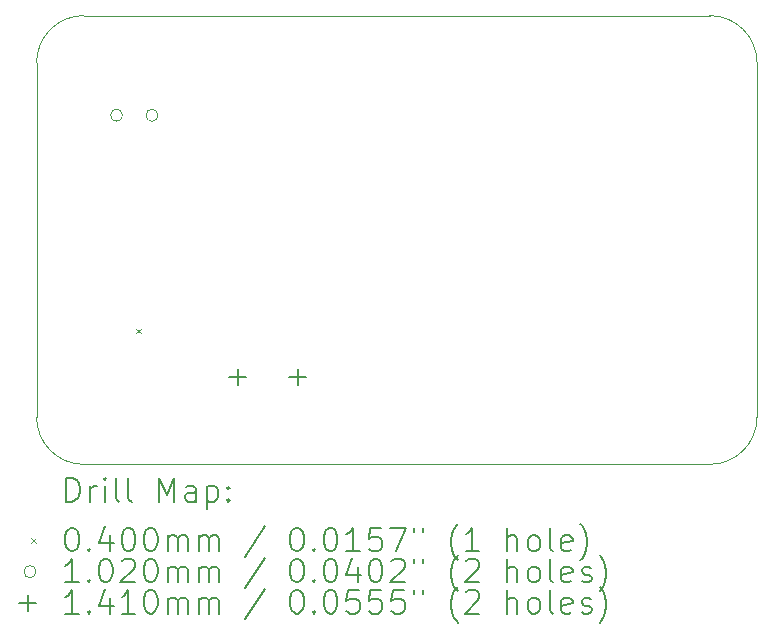
<source format=gbr>
%FSLAX45Y45*%
G04 Gerber Fmt 4.5, Leading zero omitted, Abs format (unit mm)*
G04 Created by KiCad (PCBNEW (6.0.1)) date 2022-12-28 16:36:48*
%MOMM*%
%LPD*%
G01*
G04 APERTURE LIST*
%TA.AperFunction,Profile*%
%ADD10C,0.100000*%
%TD*%
%ADD11C,0.200000*%
%ADD12C,0.040000*%
%ADD13C,0.102000*%
%ADD14C,0.141000*%
G04 APERTURE END LIST*
D10*
X18000000Y-11100000D02*
G75*
G03*
X18400000Y-10700000I0J400000D01*
G01*
X12700000Y-7300000D02*
X18000000Y-7300000D01*
X12300000Y-10700000D02*
G75*
G03*
X12700000Y-11100000I400000J0D01*
G01*
X12700000Y-7300000D02*
G75*
G03*
X12300000Y-7700000I0J-400000D01*
G01*
X12300000Y-7700000D02*
X12300000Y-10700000D01*
X18400000Y-7700000D02*
G75*
G03*
X18000000Y-7300000I-400000J0D01*
G01*
X18400000Y-7700000D02*
X18400000Y-10700000D01*
X12700000Y-11100000D02*
X18000000Y-11100000D01*
D11*
D12*
X13143094Y-9951906D02*
X13183094Y-9991906D01*
X13183094Y-9951906D02*
X13143094Y-9991906D01*
D13*
X13027844Y-8143944D02*
G75*
G03*
X13027844Y-8143944I-51000J0D01*
G01*
X13327844Y-8143944D02*
G75*
G03*
X13327844Y-8143944I-51000J0D01*
G01*
D14*
X14003844Y-10289945D02*
X14003844Y-10430945D01*
X13933344Y-10360445D02*
X14074344Y-10360445D01*
X14511844Y-10289945D02*
X14511844Y-10430945D01*
X14441344Y-10360445D02*
X14582344Y-10360445D01*
D11*
X12552619Y-11415476D02*
X12552619Y-11215476D01*
X12600238Y-11215476D01*
X12628809Y-11225000D01*
X12647857Y-11244048D01*
X12657381Y-11263095D01*
X12666905Y-11301190D01*
X12666905Y-11329762D01*
X12657381Y-11367857D01*
X12647857Y-11386905D01*
X12628809Y-11405952D01*
X12600238Y-11415476D01*
X12552619Y-11415476D01*
X12752619Y-11415476D02*
X12752619Y-11282143D01*
X12752619Y-11320238D02*
X12762143Y-11301190D01*
X12771667Y-11291667D01*
X12790714Y-11282143D01*
X12809762Y-11282143D01*
X12876428Y-11415476D02*
X12876428Y-11282143D01*
X12876428Y-11215476D02*
X12866905Y-11225000D01*
X12876428Y-11234524D01*
X12885952Y-11225000D01*
X12876428Y-11215476D01*
X12876428Y-11234524D01*
X13000238Y-11415476D02*
X12981190Y-11405952D01*
X12971667Y-11386905D01*
X12971667Y-11215476D01*
X13105000Y-11415476D02*
X13085952Y-11405952D01*
X13076428Y-11386905D01*
X13076428Y-11215476D01*
X13333571Y-11415476D02*
X13333571Y-11215476D01*
X13400238Y-11358333D01*
X13466905Y-11215476D01*
X13466905Y-11415476D01*
X13647857Y-11415476D02*
X13647857Y-11310714D01*
X13638333Y-11291667D01*
X13619286Y-11282143D01*
X13581190Y-11282143D01*
X13562143Y-11291667D01*
X13647857Y-11405952D02*
X13628809Y-11415476D01*
X13581190Y-11415476D01*
X13562143Y-11405952D01*
X13552619Y-11386905D01*
X13552619Y-11367857D01*
X13562143Y-11348809D01*
X13581190Y-11339286D01*
X13628809Y-11339286D01*
X13647857Y-11329762D01*
X13743095Y-11282143D02*
X13743095Y-11482143D01*
X13743095Y-11291667D02*
X13762143Y-11282143D01*
X13800238Y-11282143D01*
X13819286Y-11291667D01*
X13828809Y-11301190D01*
X13838333Y-11320238D01*
X13838333Y-11377381D01*
X13828809Y-11396428D01*
X13819286Y-11405952D01*
X13800238Y-11415476D01*
X13762143Y-11415476D01*
X13743095Y-11405952D01*
X13924048Y-11396428D02*
X13933571Y-11405952D01*
X13924048Y-11415476D01*
X13914524Y-11405952D01*
X13924048Y-11396428D01*
X13924048Y-11415476D01*
X13924048Y-11291667D02*
X13933571Y-11301190D01*
X13924048Y-11310714D01*
X13914524Y-11301190D01*
X13924048Y-11291667D01*
X13924048Y-11310714D01*
D12*
X12255000Y-11725000D02*
X12295000Y-11765000D01*
X12295000Y-11725000D02*
X12255000Y-11765000D01*
D11*
X12590714Y-11635476D02*
X12609762Y-11635476D01*
X12628809Y-11645000D01*
X12638333Y-11654524D01*
X12647857Y-11673571D01*
X12657381Y-11711667D01*
X12657381Y-11759286D01*
X12647857Y-11797381D01*
X12638333Y-11816428D01*
X12628809Y-11825952D01*
X12609762Y-11835476D01*
X12590714Y-11835476D01*
X12571667Y-11825952D01*
X12562143Y-11816428D01*
X12552619Y-11797381D01*
X12543095Y-11759286D01*
X12543095Y-11711667D01*
X12552619Y-11673571D01*
X12562143Y-11654524D01*
X12571667Y-11645000D01*
X12590714Y-11635476D01*
X12743095Y-11816428D02*
X12752619Y-11825952D01*
X12743095Y-11835476D01*
X12733571Y-11825952D01*
X12743095Y-11816428D01*
X12743095Y-11835476D01*
X12924048Y-11702143D02*
X12924048Y-11835476D01*
X12876428Y-11625952D02*
X12828809Y-11768809D01*
X12952619Y-11768809D01*
X13066905Y-11635476D02*
X13085952Y-11635476D01*
X13105000Y-11645000D01*
X13114524Y-11654524D01*
X13124048Y-11673571D01*
X13133571Y-11711667D01*
X13133571Y-11759286D01*
X13124048Y-11797381D01*
X13114524Y-11816428D01*
X13105000Y-11825952D01*
X13085952Y-11835476D01*
X13066905Y-11835476D01*
X13047857Y-11825952D01*
X13038333Y-11816428D01*
X13028809Y-11797381D01*
X13019286Y-11759286D01*
X13019286Y-11711667D01*
X13028809Y-11673571D01*
X13038333Y-11654524D01*
X13047857Y-11645000D01*
X13066905Y-11635476D01*
X13257381Y-11635476D02*
X13276428Y-11635476D01*
X13295476Y-11645000D01*
X13305000Y-11654524D01*
X13314524Y-11673571D01*
X13324048Y-11711667D01*
X13324048Y-11759286D01*
X13314524Y-11797381D01*
X13305000Y-11816428D01*
X13295476Y-11825952D01*
X13276428Y-11835476D01*
X13257381Y-11835476D01*
X13238333Y-11825952D01*
X13228809Y-11816428D01*
X13219286Y-11797381D01*
X13209762Y-11759286D01*
X13209762Y-11711667D01*
X13219286Y-11673571D01*
X13228809Y-11654524D01*
X13238333Y-11645000D01*
X13257381Y-11635476D01*
X13409762Y-11835476D02*
X13409762Y-11702143D01*
X13409762Y-11721190D02*
X13419286Y-11711667D01*
X13438333Y-11702143D01*
X13466905Y-11702143D01*
X13485952Y-11711667D01*
X13495476Y-11730714D01*
X13495476Y-11835476D01*
X13495476Y-11730714D02*
X13505000Y-11711667D01*
X13524048Y-11702143D01*
X13552619Y-11702143D01*
X13571667Y-11711667D01*
X13581190Y-11730714D01*
X13581190Y-11835476D01*
X13676428Y-11835476D02*
X13676428Y-11702143D01*
X13676428Y-11721190D02*
X13685952Y-11711667D01*
X13705000Y-11702143D01*
X13733571Y-11702143D01*
X13752619Y-11711667D01*
X13762143Y-11730714D01*
X13762143Y-11835476D01*
X13762143Y-11730714D02*
X13771667Y-11711667D01*
X13790714Y-11702143D01*
X13819286Y-11702143D01*
X13838333Y-11711667D01*
X13847857Y-11730714D01*
X13847857Y-11835476D01*
X14238333Y-11625952D02*
X14066905Y-11883095D01*
X14495476Y-11635476D02*
X14514524Y-11635476D01*
X14533571Y-11645000D01*
X14543095Y-11654524D01*
X14552619Y-11673571D01*
X14562143Y-11711667D01*
X14562143Y-11759286D01*
X14552619Y-11797381D01*
X14543095Y-11816428D01*
X14533571Y-11825952D01*
X14514524Y-11835476D01*
X14495476Y-11835476D01*
X14476428Y-11825952D01*
X14466905Y-11816428D01*
X14457381Y-11797381D01*
X14447857Y-11759286D01*
X14447857Y-11711667D01*
X14457381Y-11673571D01*
X14466905Y-11654524D01*
X14476428Y-11645000D01*
X14495476Y-11635476D01*
X14647857Y-11816428D02*
X14657381Y-11825952D01*
X14647857Y-11835476D01*
X14638333Y-11825952D01*
X14647857Y-11816428D01*
X14647857Y-11835476D01*
X14781190Y-11635476D02*
X14800238Y-11635476D01*
X14819286Y-11645000D01*
X14828809Y-11654524D01*
X14838333Y-11673571D01*
X14847857Y-11711667D01*
X14847857Y-11759286D01*
X14838333Y-11797381D01*
X14828809Y-11816428D01*
X14819286Y-11825952D01*
X14800238Y-11835476D01*
X14781190Y-11835476D01*
X14762143Y-11825952D01*
X14752619Y-11816428D01*
X14743095Y-11797381D01*
X14733571Y-11759286D01*
X14733571Y-11711667D01*
X14743095Y-11673571D01*
X14752619Y-11654524D01*
X14762143Y-11645000D01*
X14781190Y-11635476D01*
X15038333Y-11835476D02*
X14924048Y-11835476D01*
X14981190Y-11835476D02*
X14981190Y-11635476D01*
X14962143Y-11664048D01*
X14943095Y-11683095D01*
X14924048Y-11692619D01*
X15219286Y-11635476D02*
X15124048Y-11635476D01*
X15114524Y-11730714D01*
X15124048Y-11721190D01*
X15143095Y-11711667D01*
X15190714Y-11711667D01*
X15209762Y-11721190D01*
X15219286Y-11730714D01*
X15228809Y-11749762D01*
X15228809Y-11797381D01*
X15219286Y-11816428D01*
X15209762Y-11825952D01*
X15190714Y-11835476D01*
X15143095Y-11835476D01*
X15124048Y-11825952D01*
X15114524Y-11816428D01*
X15295476Y-11635476D02*
X15428809Y-11635476D01*
X15343095Y-11835476D01*
X15495476Y-11635476D02*
X15495476Y-11673571D01*
X15571667Y-11635476D02*
X15571667Y-11673571D01*
X15866905Y-11911667D02*
X15857381Y-11902143D01*
X15838333Y-11873571D01*
X15828809Y-11854524D01*
X15819286Y-11825952D01*
X15809762Y-11778333D01*
X15809762Y-11740238D01*
X15819286Y-11692619D01*
X15828809Y-11664048D01*
X15838333Y-11645000D01*
X15857381Y-11616428D01*
X15866905Y-11606905D01*
X16047857Y-11835476D02*
X15933571Y-11835476D01*
X15990714Y-11835476D02*
X15990714Y-11635476D01*
X15971667Y-11664048D01*
X15952619Y-11683095D01*
X15933571Y-11692619D01*
X16285952Y-11835476D02*
X16285952Y-11635476D01*
X16371667Y-11835476D02*
X16371667Y-11730714D01*
X16362143Y-11711667D01*
X16343095Y-11702143D01*
X16314524Y-11702143D01*
X16295476Y-11711667D01*
X16285952Y-11721190D01*
X16495476Y-11835476D02*
X16476428Y-11825952D01*
X16466905Y-11816428D01*
X16457381Y-11797381D01*
X16457381Y-11740238D01*
X16466905Y-11721190D01*
X16476428Y-11711667D01*
X16495476Y-11702143D01*
X16524048Y-11702143D01*
X16543095Y-11711667D01*
X16552619Y-11721190D01*
X16562143Y-11740238D01*
X16562143Y-11797381D01*
X16552619Y-11816428D01*
X16543095Y-11825952D01*
X16524048Y-11835476D01*
X16495476Y-11835476D01*
X16676428Y-11835476D02*
X16657381Y-11825952D01*
X16647857Y-11806905D01*
X16647857Y-11635476D01*
X16828810Y-11825952D02*
X16809762Y-11835476D01*
X16771667Y-11835476D01*
X16752619Y-11825952D01*
X16743095Y-11806905D01*
X16743095Y-11730714D01*
X16752619Y-11711667D01*
X16771667Y-11702143D01*
X16809762Y-11702143D01*
X16828810Y-11711667D01*
X16838333Y-11730714D01*
X16838333Y-11749762D01*
X16743095Y-11768809D01*
X16905000Y-11911667D02*
X16914524Y-11902143D01*
X16933571Y-11873571D01*
X16943095Y-11854524D01*
X16952619Y-11825952D01*
X16962143Y-11778333D01*
X16962143Y-11740238D01*
X16952619Y-11692619D01*
X16943095Y-11664048D01*
X16933571Y-11645000D01*
X16914524Y-11616428D01*
X16905000Y-11606905D01*
D13*
X12295000Y-12009000D02*
G75*
G03*
X12295000Y-12009000I-51000J0D01*
G01*
D11*
X12657381Y-12099476D02*
X12543095Y-12099476D01*
X12600238Y-12099476D02*
X12600238Y-11899476D01*
X12581190Y-11928048D01*
X12562143Y-11947095D01*
X12543095Y-11956619D01*
X12743095Y-12080428D02*
X12752619Y-12089952D01*
X12743095Y-12099476D01*
X12733571Y-12089952D01*
X12743095Y-12080428D01*
X12743095Y-12099476D01*
X12876428Y-11899476D02*
X12895476Y-11899476D01*
X12914524Y-11909000D01*
X12924048Y-11918524D01*
X12933571Y-11937571D01*
X12943095Y-11975667D01*
X12943095Y-12023286D01*
X12933571Y-12061381D01*
X12924048Y-12080428D01*
X12914524Y-12089952D01*
X12895476Y-12099476D01*
X12876428Y-12099476D01*
X12857381Y-12089952D01*
X12847857Y-12080428D01*
X12838333Y-12061381D01*
X12828809Y-12023286D01*
X12828809Y-11975667D01*
X12838333Y-11937571D01*
X12847857Y-11918524D01*
X12857381Y-11909000D01*
X12876428Y-11899476D01*
X13019286Y-11918524D02*
X13028809Y-11909000D01*
X13047857Y-11899476D01*
X13095476Y-11899476D01*
X13114524Y-11909000D01*
X13124048Y-11918524D01*
X13133571Y-11937571D01*
X13133571Y-11956619D01*
X13124048Y-11985190D01*
X13009762Y-12099476D01*
X13133571Y-12099476D01*
X13257381Y-11899476D02*
X13276428Y-11899476D01*
X13295476Y-11909000D01*
X13305000Y-11918524D01*
X13314524Y-11937571D01*
X13324048Y-11975667D01*
X13324048Y-12023286D01*
X13314524Y-12061381D01*
X13305000Y-12080428D01*
X13295476Y-12089952D01*
X13276428Y-12099476D01*
X13257381Y-12099476D01*
X13238333Y-12089952D01*
X13228809Y-12080428D01*
X13219286Y-12061381D01*
X13209762Y-12023286D01*
X13209762Y-11975667D01*
X13219286Y-11937571D01*
X13228809Y-11918524D01*
X13238333Y-11909000D01*
X13257381Y-11899476D01*
X13409762Y-12099476D02*
X13409762Y-11966143D01*
X13409762Y-11985190D02*
X13419286Y-11975667D01*
X13438333Y-11966143D01*
X13466905Y-11966143D01*
X13485952Y-11975667D01*
X13495476Y-11994714D01*
X13495476Y-12099476D01*
X13495476Y-11994714D02*
X13505000Y-11975667D01*
X13524048Y-11966143D01*
X13552619Y-11966143D01*
X13571667Y-11975667D01*
X13581190Y-11994714D01*
X13581190Y-12099476D01*
X13676428Y-12099476D02*
X13676428Y-11966143D01*
X13676428Y-11985190D02*
X13685952Y-11975667D01*
X13705000Y-11966143D01*
X13733571Y-11966143D01*
X13752619Y-11975667D01*
X13762143Y-11994714D01*
X13762143Y-12099476D01*
X13762143Y-11994714D02*
X13771667Y-11975667D01*
X13790714Y-11966143D01*
X13819286Y-11966143D01*
X13838333Y-11975667D01*
X13847857Y-11994714D01*
X13847857Y-12099476D01*
X14238333Y-11889952D02*
X14066905Y-12147095D01*
X14495476Y-11899476D02*
X14514524Y-11899476D01*
X14533571Y-11909000D01*
X14543095Y-11918524D01*
X14552619Y-11937571D01*
X14562143Y-11975667D01*
X14562143Y-12023286D01*
X14552619Y-12061381D01*
X14543095Y-12080428D01*
X14533571Y-12089952D01*
X14514524Y-12099476D01*
X14495476Y-12099476D01*
X14476428Y-12089952D01*
X14466905Y-12080428D01*
X14457381Y-12061381D01*
X14447857Y-12023286D01*
X14447857Y-11975667D01*
X14457381Y-11937571D01*
X14466905Y-11918524D01*
X14476428Y-11909000D01*
X14495476Y-11899476D01*
X14647857Y-12080428D02*
X14657381Y-12089952D01*
X14647857Y-12099476D01*
X14638333Y-12089952D01*
X14647857Y-12080428D01*
X14647857Y-12099476D01*
X14781190Y-11899476D02*
X14800238Y-11899476D01*
X14819286Y-11909000D01*
X14828809Y-11918524D01*
X14838333Y-11937571D01*
X14847857Y-11975667D01*
X14847857Y-12023286D01*
X14838333Y-12061381D01*
X14828809Y-12080428D01*
X14819286Y-12089952D01*
X14800238Y-12099476D01*
X14781190Y-12099476D01*
X14762143Y-12089952D01*
X14752619Y-12080428D01*
X14743095Y-12061381D01*
X14733571Y-12023286D01*
X14733571Y-11975667D01*
X14743095Y-11937571D01*
X14752619Y-11918524D01*
X14762143Y-11909000D01*
X14781190Y-11899476D01*
X15019286Y-11966143D02*
X15019286Y-12099476D01*
X14971667Y-11889952D02*
X14924048Y-12032809D01*
X15047857Y-12032809D01*
X15162143Y-11899476D02*
X15181190Y-11899476D01*
X15200238Y-11909000D01*
X15209762Y-11918524D01*
X15219286Y-11937571D01*
X15228809Y-11975667D01*
X15228809Y-12023286D01*
X15219286Y-12061381D01*
X15209762Y-12080428D01*
X15200238Y-12089952D01*
X15181190Y-12099476D01*
X15162143Y-12099476D01*
X15143095Y-12089952D01*
X15133571Y-12080428D01*
X15124048Y-12061381D01*
X15114524Y-12023286D01*
X15114524Y-11975667D01*
X15124048Y-11937571D01*
X15133571Y-11918524D01*
X15143095Y-11909000D01*
X15162143Y-11899476D01*
X15305000Y-11918524D02*
X15314524Y-11909000D01*
X15333571Y-11899476D01*
X15381190Y-11899476D01*
X15400238Y-11909000D01*
X15409762Y-11918524D01*
X15419286Y-11937571D01*
X15419286Y-11956619D01*
X15409762Y-11985190D01*
X15295476Y-12099476D01*
X15419286Y-12099476D01*
X15495476Y-11899476D02*
X15495476Y-11937571D01*
X15571667Y-11899476D02*
X15571667Y-11937571D01*
X15866905Y-12175667D02*
X15857381Y-12166143D01*
X15838333Y-12137571D01*
X15828809Y-12118524D01*
X15819286Y-12089952D01*
X15809762Y-12042333D01*
X15809762Y-12004238D01*
X15819286Y-11956619D01*
X15828809Y-11928048D01*
X15838333Y-11909000D01*
X15857381Y-11880428D01*
X15866905Y-11870905D01*
X15933571Y-11918524D02*
X15943095Y-11909000D01*
X15962143Y-11899476D01*
X16009762Y-11899476D01*
X16028809Y-11909000D01*
X16038333Y-11918524D01*
X16047857Y-11937571D01*
X16047857Y-11956619D01*
X16038333Y-11985190D01*
X15924048Y-12099476D01*
X16047857Y-12099476D01*
X16285952Y-12099476D02*
X16285952Y-11899476D01*
X16371667Y-12099476D02*
X16371667Y-11994714D01*
X16362143Y-11975667D01*
X16343095Y-11966143D01*
X16314524Y-11966143D01*
X16295476Y-11975667D01*
X16285952Y-11985190D01*
X16495476Y-12099476D02*
X16476428Y-12089952D01*
X16466905Y-12080428D01*
X16457381Y-12061381D01*
X16457381Y-12004238D01*
X16466905Y-11985190D01*
X16476428Y-11975667D01*
X16495476Y-11966143D01*
X16524048Y-11966143D01*
X16543095Y-11975667D01*
X16552619Y-11985190D01*
X16562143Y-12004238D01*
X16562143Y-12061381D01*
X16552619Y-12080428D01*
X16543095Y-12089952D01*
X16524048Y-12099476D01*
X16495476Y-12099476D01*
X16676428Y-12099476D02*
X16657381Y-12089952D01*
X16647857Y-12070905D01*
X16647857Y-11899476D01*
X16828810Y-12089952D02*
X16809762Y-12099476D01*
X16771667Y-12099476D01*
X16752619Y-12089952D01*
X16743095Y-12070905D01*
X16743095Y-11994714D01*
X16752619Y-11975667D01*
X16771667Y-11966143D01*
X16809762Y-11966143D01*
X16828810Y-11975667D01*
X16838333Y-11994714D01*
X16838333Y-12013762D01*
X16743095Y-12032809D01*
X16914524Y-12089952D02*
X16933571Y-12099476D01*
X16971667Y-12099476D01*
X16990714Y-12089952D01*
X17000238Y-12070905D01*
X17000238Y-12061381D01*
X16990714Y-12042333D01*
X16971667Y-12032809D01*
X16943095Y-12032809D01*
X16924048Y-12023286D01*
X16914524Y-12004238D01*
X16914524Y-11994714D01*
X16924048Y-11975667D01*
X16943095Y-11966143D01*
X16971667Y-11966143D01*
X16990714Y-11975667D01*
X17066905Y-12175667D02*
X17076429Y-12166143D01*
X17095476Y-12137571D01*
X17105000Y-12118524D01*
X17114524Y-12089952D01*
X17124048Y-12042333D01*
X17124048Y-12004238D01*
X17114524Y-11956619D01*
X17105000Y-11928048D01*
X17095476Y-11909000D01*
X17076429Y-11880428D01*
X17066905Y-11870905D01*
D14*
X12224500Y-12202500D02*
X12224500Y-12343500D01*
X12154000Y-12273000D02*
X12295000Y-12273000D01*
D11*
X12657381Y-12363476D02*
X12543095Y-12363476D01*
X12600238Y-12363476D02*
X12600238Y-12163476D01*
X12581190Y-12192048D01*
X12562143Y-12211095D01*
X12543095Y-12220619D01*
X12743095Y-12344428D02*
X12752619Y-12353952D01*
X12743095Y-12363476D01*
X12733571Y-12353952D01*
X12743095Y-12344428D01*
X12743095Y-12363476D01*
X12924048Y-12230143D02*
X12924048Y-12363476D01*
X12876428Y-12153952D02*
X12828809Y-12296809D01*
X12952619Y-12296809D01*
X13133571Y-12363476D02*
X13019286Y-12363476D01*
X13076428Y-12363476D02*
X13076428Y-12163476D01*
X13057381Y-12192048D01*
X13038333Y-12211095D01*
X13019286Y-12220619D01*
X13257381Y-12163476D02*
X13276428Y-12163476D01*
X13295476Y-12173000D01*
X13305000Y-12182524D01*
X13314524Y-12201571D01*
X13324048Y-12239667D01*
X13324048Y-12287286D01*
X13314524Y-12325381D01*
X13305000Y-12344428D01*
X13295476Y-12353952D01*
X13276428Y-12363476D01*
X13257381Y-12363476D01*
X13238333Y-12353952D01*
X13228809Y-12344428D01*
X13219286Y-12325381D01*
X13209762Y-12287286D01*
X13209762Y-12239667D01*
X13219286Y-12201571D01*
X13228809Y-12182524D01*
X13238333Y-12173000D01*
X13257381Y-12163476D01*
X13409762Y-12363476D02*
X13409762Y-12230143D01*
X13409762Y-12249190D02*
X13419286Y-12239667D01*
X13438333Y-12230143D01*
X13466905Y-12230143D01*
X13485952Y-12239667D01*
X13495476Y-12258714D01*
X13495476Y-12363476D01*
X13495476Y-12258714D02*
X13505000Y-12239667D01*
X13524048Y-12230143D01*
X13552619Y-12230143D01*
X13571667Y-12239667D01*
X13581190Y-12258714D01*
X13581190Y-12363476D01*
X13676428Y-12363476D02*
X13676428Y-12230143D01*
X13676428Y-12249190D02*
X13685952Y-12239667D01*
X13705000Y-12230143D01*
X13733571Y-12230143D01*
X13752619Y-12239667D01*
X13762143Y-12258714D01*
X13762143Y-12363476D01*
X13762143Y-12258714D02*
X13771667Y-12239667D01*
X13790714Y-12230143D01*
X13819286Y-12230143D01*
X13838333Y-12239667D01*
X13847857Y-12258714D01*
X13847857Y-12363476D01*
X14238333Y-12153952D02*
X14066905Y-12411095D01*
X14495476Y-12163476D02*
X14514524Y-12163476D01*
X14533571Y-12173000D01*
X14543095Y-12182524D01*
X14552619Y-12201571D01*
X14562143Y-12239667D01*
X14562143Y-12287286D01*
X14552619Y-12325381D01*
X14543095Y-12344428D01*
X14533571Y-12353952D01*
X14514524Y-12363476D01*
X14495476Y-12363476D01*
X14476428Y-12353952D01*
X14466905Y-12344428D01*
X14457381Y-12325381D01*
X14447857Y-12287286D01*
X14447857Y-12239667D01*
X14457381Y-12201571D01*
X14466905Y-12182524D01*
X14476428Y-12173000D01*
X14495476Y-12163476D01*
X14647857Y-12344428D02*
X14657381Y-12353952D01*
X14647857Y-12363476D01*
X14638333Y-12353952D01*
X14647857Y-12344428D01*
X14647857Y-12363476D01*
X14781190Y-12163476D02*
X14800238Y-12163476D01*
X14819286Y-12173000D01*
X14828809Y-12182524D01*
X14838333Y-12201571D01*
X14847857Y-12239667D01*
X14847857Y-12287286D01*
X14838333Y-12325381D01*
X14828809Y-12344428D01*
X14819286Y-12353952D01*
X14800238Y-12363476D01*
X14781190Y-12363476D01*
X14762143Y-12353952D01*
X14752619Y-12344428D01*
X14743095Y-12325381D01*
X14733571Y-12287286D01*
X14733571Y-12239667D01*
X14743095Y-12201571D01*
X14752619Y-12182524D01*
X14762143Y-12173000D01*
X14781190Y-12163476D01*
X15028809Y-12163476D02*
X14933571Y-12163476D01*
X14924048Y-12258714D01*
X14933571Y-12249190D01*
X14952619Y-12239667D01*
X15000238Y-12239667D01*
X15019286Y-12249190D01*
X15028809Y-12258714D01*
X15038333Y-12277762D01*
X15038333Y-12325381D01*
X15028809Y-12344428D01*
X15019286Y-12353952D01*
X15000238Y-12363476D01*
X14952619Y-12363476D01*
X14933571Y-12353952D01*
X14924048Y-12344428D01*
X15219286Y-12163476D02*
X15124048Y-12163476D01*
X15114524Y-12258714D01*
X15124048Y-12249190D01*
X15143095Y-12239667D01*
X15190714Y-12239667D01*
X15209762Y-12249190D01*
X15219286Y-12258714D01*
X15228809Y-12277762D01*
X15228809Y-12325381D01*
X15219286Y-12344428D01*
X15209762Y-12353952D01*
X15190714Y-12363476D01*
X15143095Y-12363476D01*
X15124048Y-12353952D01*
X15114524Y-12344428D01*
X15409762Y-12163476D02*
X15314524Y-12163476D01*
X15305000Y-12258714D01*
X15314524Y-12249190D01*
X15333571Y-12239667D01*
X15381190Y-12239667D01*
X15400238Y-12249190D01*
X15409762Y-12258714D01*
X15419286Y-12277762D01*
X15419286Y-12325381D01*
X15409762Y-12344428D01*
X15400238Y-12353952D01*
X15381190Y-12363476D01*
X15333571Y-12363476D01*
X15314524Y-12353952D01*
X15305000Y-12344428D01*
X15495476Y-12163476D02*
X15495476Y-12201571D01*
X15571667Y-12163476D02*
X15571667Y-12201571D01*
X15866905Y-12439667D02*
X15857381Y-12430143D01*
X15838333Y-12401571D01*
X15828809Y-12382524D01*
X15819286Y-12353952D01*
X15809762Y-12306333D01*
X15809762Y-12268238D01*
X15819286Y-12220619D01*
X15828809Y-12192048D01*
X15838333Y-12173000D01*
X15857381Y-12144428D01*
X15866905Y-12134905D01*
X15933571Y-12182524D02*
X15943095Y-12173000D01*
X15962143Y-12163476D01*
X16009762Y-12163476D01*
X16028809Y-12173000D01*
X16038333Y-12182524D01*
X16047857Y-12201571D01*
X16047857Y-12220619D01*
X16038333Y-12249190D01*
X15924048Y-12363476D01*
X16047857Y-12363476D01*
X16285952Y-12363476D02*
X16285952Y-12163476D01*
X16371667Y-12363476D02*
X16371667Y-12258714D01*
X16362143Y-12239667D01*
X16343095Y-12230143D01*
X16314524Y-12230143D01*
X16295476Y-12239667D01*
X16285952Y-12249190D01*
X16495476Y-12363476D02*
X16476428Y-12353952D01*
X16466905Y-12344428D01*
X16457381Y-12325381D01*
X16457381Y-12268238D01*
X16466905Y-12249190D01*
X16476428Y-12239667D01*
X16495476Y-12230143D01*
X16524048Y-12230143D01*
X16543095Y-12239667D01*
X16552619Y-12249190D01*
X16562143Y-12268238D01*
X16562143Y-12325381D01*
X16552619Y-12344428D01*
X16543095Y-12353952D01*
X16524048Y-12363476D01*
X16495476Y-12363476D01*
X16676428Y-12363476D02*
X16657381Y-12353952D01*
X16647857Y-12334905D01*
X16647857Y-12163476D01*
X16828810Y-12353952D02*
X16809762Y-12363476D01*
X16771667Y-12363476D01*
X16752619Y-12353952D01*
X16743095Y-12334905D01*
X16743095Y-12258714D01*
X16752619Y-12239667D01*
X16771667Y-12230143D01*
X16809762Y-12230143D01*
X16828810Y-12239667D01*
X16838333Y-12258714D01*
X16838333Y-12277762D01*
X16743095Y-12296809D01*
X16914524Y-12353952D02*
X16933571Y-12363476D01*
X16971667Y-12363476D01*
X16990714Y-12353952D01*
X17000238Y-12334905D01*
X17000238Y-12325381D01*
X16990714Y-12306333D01*
X16971667Y-12296809D01*
X16943095Y-12296809D01*
X16924048Y-12287286D01*
X16914524Y-12268238D01*
X16914524Y-12258714D01*
X16924048Y-12239667D01*
X16943095Y-12230143D01*
X16971667Y-12230143D01*
X16990714Y-12239667D01*
X17066905Y-12439667D02*
X17076429Y-12430143D01*
X17095476Y-12401571D01*
X17105000Y-12382524D01*
X17114524Y-12353952D01*
X17124048Y-12306333D01*
X17124048Y-12268238D01*
X17114524Y-12220619D01*
X17105000Y-12192048D01*
X17095476Y-12173000D01*
X17076429Y-12144428D01*
X17066905Y-12134905D01*
M02*

</source>
